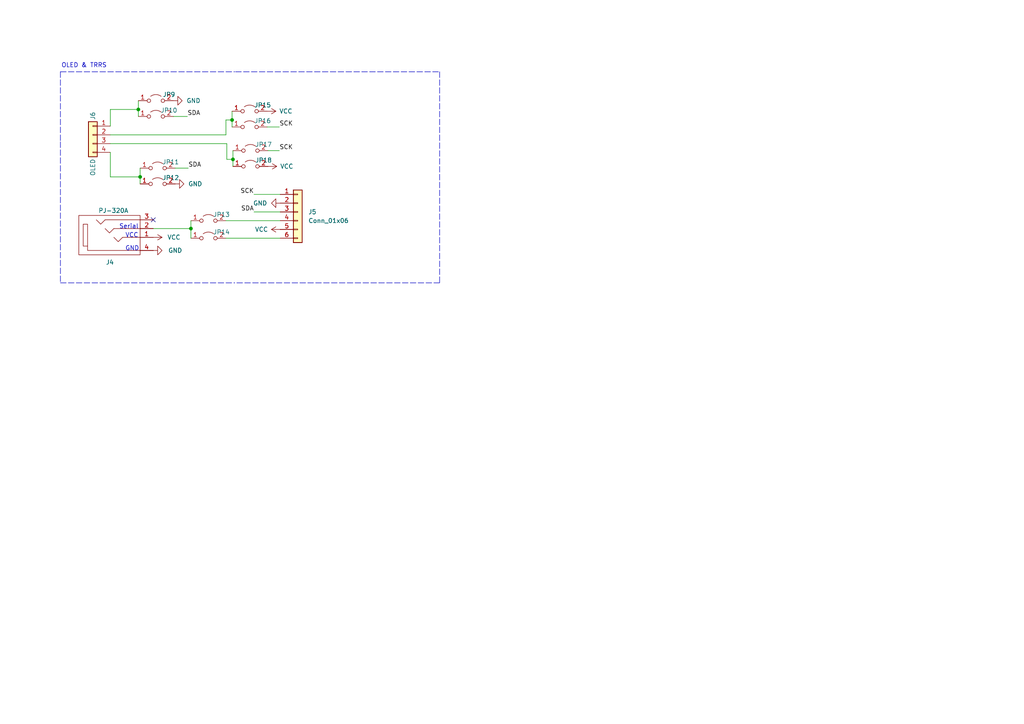
<source format=kicad_sch>
(kicad_sch (version 20211123) (generator eeschema)
  (paper "A4")
  (lib_symbols
    (symbol "Connector_Generic:Conn_01x04" (pin_names (offset 1.016) hide)
      (property "Reference" "J" (at 0 5.08 0))
      (property "Value" "Conn_01x04" (at 0 -7.62 0))
      (symbol "Conn_01x04_1_1"
        (rectangle (start -1.27 -4.953) (end 0 -5.207) (stroke (width 0.1524)))
        (rectangle (start -1.27 -2.413) (end 0 -2.667) (stroke (width 0.1524)))
        (rectangle (start -1.27 0.127) (end 0 -0.127) (stroke (width 0.1524)))
        (rectangle (start -1.27 2.667) (end 0 2.413) (stroke (width 0.1524)))
        (rectangle (start -1.27 3.81) (end 1.27 -6.35) (stroke (width 0.254)) (fill (type background)))
        (pin passive line (at -5.08 2.54 0) (length 3.81) (name "Pin_1") (number "1"))
        (pin passive line (at -5.08 0 0) (length 3.81) (name "Pin_2") (number "2"))
        (pin passive line (at -5.08 -2.54 0) (length 3.81) (name "Pin_3") (number "3"))
        (pin passive line (at -5.08 -5.08 0) (length 3.81) (name "Pin_4") (number "4"))
      )
    )
    (symbol "Connector_Generic:Conn_01x06" (pin_names (offset 1.016) hide)
      (property "Reference" "J" (at 0 7.62 0))
      (property "Value" "Conn_01x06" (at 0 -10.16 0))
      (symbol "Conn_01x06_1_1"
        (rectangle (start -1.27 -7.493) (end 0 -7.747) (stroke (width 0.1524)))
        (rectangle (start -1.27 -4.953) (end 0 -5.207) (stroke (width 0.1524)))
        (rectangle (start -1.27 -2.413) (end 0 -2.667) (stroke (width 0.1524)))
        (rectangle (start -1.27 0.127) (end 0 -0.127) (stroke (width 0.1524)))
        (rectangle (start -1.27 2.667) (end 0 2.413) (stroke (width 0.1524)))
        (rectangle (start -1.27 5.207) (end 0 4.953) (stroke (width 0.1524)))
        (rectangle (start -1.27 6.35) (end 1.27 -8.89) (stroke (width 0.254)) (fill (type background)))
        (pin passive line (at -5.08 5.08 0) (length 3.81) (name "Pin_1") (number "1"))
        (pin passive line (at -5.08 2.54 0) (length 3.81) (name "Pin_2") (number "2"))
        (pin passive line (at -5.08 0 0) (length 3.81) (name "Pin_3") (number "3"))
        (pin passive line (at -5.08 -2.54 0) (length 3.81) (name "Pin_4") (number "4"))
        (pin passive line (at -5.08 -5.08 0) (length 3.81) (name "Pin_5") (number "5"))
        (pin passive line (at -5.08 -7.62 0) (length 3.81) (name "Pin_6") (number "6"))
      )
    )
    (symbol "Jumper:Jumper_2_Open" (pin_names (offset 0) hide)
      (property "Reference" "JP" (at 0 2.794 0))
      (property "Value" "Jumper_2_Open" (at 0 -2.286 0))
      (symbol "Jumper_2_Open_0_0"
        (circle (center -2.032 0) (radius 0.508))
        (circle (center 2.032 0) (radius 0.508))
      )
      (symbol "Jumper_2_Open_0_1"
        (arc (start 1.524 1.27) (mid 0 1.778) (end -1.524 1.27))
      )
      (symbol "Jumper_2_Open_1_1"
        (pin passive line (at -5.08 0 0) (length 2.54) (name "A") (number "1"))
        (pin passive line (at 5.08 0 180) (length 2.54) (name "B") (number "2"))
      )
    )
    (symbol "TPS42:MJ-4PP-9" (pin_names (offset 1.016))
      (property "Reference" "J" (at -8.89 -7.62 0))
      (property "Value" "MJ-4PP-9" (at -3.81 6.35 0))
      (symbol "MJ-4PP-9_0_1"
        (rectangle (start -7.62 2.54) (end -8.89 -3.81))
        (polyline (pts (xy 2.54 0) (xy 7.62 0)))
        (polyline (pts (xy -2.54 -5.08) (xy 7.62 -5.08) (xy 7.62 -5.08)))
        (polyline (pts (xy 0 -2.54) (xy -1.27 -1.27) (xy -2.54 -2.54)))
        (polyline (pts (xy 0 0) (xy 1.27 1.27) (xy 2.54 0)))
        (polyline (pts (xy 7.62 3.81) (xy -7.62 3.81) (xy -7.62 2.54)))
        (polyline (pts (xy -2.54 -5.08) (xy -3.81 -3.81) (xy -5.08 -5.08) (xy -5.08 -5.08)))
        (polyline (pts (xy 0 -2.54) (xy 7.62 -2.54) (xy 7.62 -2.54) (xy 7.62 -2.54)))
        (rectangle (start 7.62 -6.35) (end -10.16 5.08))
      )
      (symbol "MJ-4PP-9_1_1"
        (pin passive line (at 11.43 0 180) (length 3.81) (name "~") (number "1"))
        (pin passive line (at 11.43 -2.54 180) (length 3.81) (name "~") (number "2"))
        (pin passive line (at 11.43 -5.08 180) (length 3.81) (name "~") (number "3"))
        (pin passive line (at 11.43 3.81 180) (length 3.81) (name "~") (number "4"))
      )
    )
    (symbol "power:GND" (power) (pin_names (offset 0))
      (property "Value" "GND" (at 0 -3.81 0))
      (symbol "GND_0_1"
        (polyline (pts (xy 0 0) (xy 0 -1.27) (xy 1.27 -1.27) (xy 0 -2.54) (xy -1.27 -1.27) (xy 0 -1.27)))
      )
      (symbol "GND_1_1"
        (pin power_in line (at 0 0 270) (length 0) hide (name "GND") (number "1"))
      )
    )
    (symbol "power:VCC" (power) (pin_names (offset 0))
      (property "Value" "VCC" (at 0 3.81 0))
      (symbol "VCC_0_1"
        (polyline (pts (xy -0.762 1.27) (xy 0 2.54)))
        (polyline (pts (xy 0 0) (xy 0 2.54)))
        (polyline (pts (xy 0 2.54) (xy 0.762 1.27)))
      )
      (symbol "VCC_1_1"
        (pin power_in line (at 0 0 90) (length 0) hide (name "VCC") (number "1"))
      )
    )
  )
  (junction (at 40.64 51.308))
  (junction (at 67.31 34.798))
  (junction (at 67.564 46.228))
  (junction (at 55.372 66.294))
  (junction (at 40.132 31.75))
  (no_connect (at 44.45 63.754))
  (wire (pts (xy 73.66 56.388) (xy 81.28 56.388)))
  (wire (pts (xy 67.31 34.798) (xy 67.31 36.83)))
  (polyline (pts (xy 17.526 41.148) (xy 17.526 82.042)) (stroke (width 0) (type dash)))
  (wire (pts (xy 81.026 43.688) (xy 77.724 43.688)))
  (wire (pts (xy 67.31 32.258) (xy 67.31 34.798)))
  (polyline (pts (xy 17.526 82.042) (xy 68.072 82.042)) (stroke (width 0) (type dash)))
  (wire (pts (xy 32.004 36.576) (xy 32.004 31.75)))
  (wire (pts (xy 81.026 36.83) (xy 77.47 36.83)))
  (wire (pts (xy 32.004 51.308) (xy 40.64 51.308)))
  (wire (pts (xy 55.372 64.008) (xy 55.372 66.294)))
  (wire (pts (xy 65.532 39.116) (xy 65.532 34.798)))
  (polyline (pts (xy 127.508 82.042) (xy 68.072 82.042)))
  (wire (pts (xy 40.64 48.768) (xy 40.64 51.308)))
  (wire (pts (xy 54.61 48.768) (xy 50.8 48.768)))
  (wire (pts (xy 55.372 66.294) (xy 55.372 69.088)))
  (wire (pts (xy 54.356 33.782) (xy 50.292 33.782)))
  (wire (pts (xy 32.004 44.196) (xy 32.004 51.308)))
  (polyline (pts (xy 68.326 20.828) (xy 127.508 20.828)))
  (wire (pts (xy 32.004 39.116) (xy 65.532 39.116)))
  (wire (pts (xy 65.786 46.228) (xy 67.564 46.228)))
  (wire (pts (xy 40.64 51.308) (xy 40.64 53.34)))
  (wire (pts (xy 32.004 41.656) (xy 65.786 41.656)))
  (polyline (pts (xy 127.508 20.828) (xy 127.508 82.042)))
  (polyline (pts (xy 17.526 20.828) (xy 17.526 41.148)) (stroke (width 0) (type dash)))
  (polyline (pts (xy 17.526 20.828) (xy 68.072 20.828)) (stroke (width 0) (type dash)))
  (wire (pts (xy 67.564 46.228) (xy 67.564 48.26)))
  (wire (pts (xy 65.532 64.008) (xy 81.28 64.008)))
  (wire (pts (xy 40.132 31.75) (xy 40.132 33.782)))
  (wire (pts (xy 32.004 31.75) (xy 40.132 31.75)))
  (wire (pts (xy 44.45 66.294) (xy 55.372 66.294)))
  (wire (pts (xy 40.132 29.21) (xy 40.132 31.75)))
  (wire (pts (xy 73.66 61.468) (xy 81.28 61.468)))
  (wire (pts (xy 67.564 43.688) (xy 67.564 46.228)))
  (wire (pts (xy 65.786 41.656) (xy 65.786 46.228)))
  (wire (pts (xy 65.532 69.088) (xy 81.28 69.088)))
  (wire (pts (xy 65.532 34.798) (xy 67.31 34.798)))
  (text "Serial" (at 34.544 66.548 0) (effects (font (size 1.27 1.27)) (justify left bottom)))
  (text "OLED & TRRS" (at 30.988 19.812 180) (effects (font (size 1.27 1.27)) (justify right bottom)))
  (text "VCC" (at 36.322 69.088 0) (effects (font (size 1.27 1.27)) (justify left bottom)))
  (text "GND" (at 36.322 72.898 0) (effects (font (size 1.27 1.27)) (justify left bottom)))
  (label "SCK" (at 73.66 56.388 180))
  (label "SDA" (at 73.66 61.468 180))
  (label "SDA" (at 54.61 48.768 0))
  (label "SCK" (at 81.026 36.83 0))
  (label "SDA" (at 54.356 33.782 0))
  (label "SCK" (at 81.026 43.688 0))
  (symbol (lib_id "Jumper:Jumper_2_Open") (at 72.644 48.26 0) (unit 1)
    (property "Reference" "JP18" (at 76.454 46.482 0))
    (property "Value" "Jumper_2_Open" (effects hide))
    (property "Footprint" "Jumper:SolderJumper-2_P1.3mm_Open_TrianglePad1.0x1.5mm" (effects hide))
  )
  (symbol (lib_id "Jumper:Jumper_2_Open") (at 45.72 48.768 0) (unit 1)
    (property "Reference" "JP11" (at 49.53 46.99 0))
    (property "Value" "Jumper_2_Open" (effects hide))
    (property "Footprint" "Jumper:SolderJumper-2_P1.3mm_Open_TrianglePad1.0x1.5mm" (effects hide))
  )
  (symbol (lib_id "power:VCC") (at 77.724 48.26 270) (unit 1)
    (property "Reference" "#PWR0108" (effects hide))
    (property "Value" "VCC" (at 85.09 48.26 90) (effects (justify right)))
  )
  (symbol (lib_id "power:GND") (at 50.292 29.21 90) (unit 1)
    (property "Reference" "#PWR0101" (effects hide))
    (property "Value" "GND" (at 58.166 29.21 90) (effects (justify left)))
  )
  (symbol (lib_id "power:GND") (at 81.28 58.928 270) (unit 1)
    (property "Reference" "#PWR0107" (effects hide))
    (property "Value" "GND" (at 73.406 58.928 90) (effects (justify left)))
  )
  (symbol (lib_id "Jumper:Jumper_2_Open") (at 72.644 43.688 0) (unit 1)
    (property "Reference" "JP17" (at 76.454 41.91 0))
    (property "Value" "Jumper_2_Open" (effects hide))
    (property "Footprint" "Jumper:SolderJumper-2_P1.3mm_Open_TrianglePad1.0x1.5mm" (effects hide))
  )
  (symbol (lib_id "Connector_Generic:Conn_01x04") (at 26.924 39.116 0) (mirror y) (unit 1)
    (property "Reference" "J6" (at 26.924 34.798 90) (effects (justify left)))
    (property "Value" "OLED" (at 26.924 51.054 90) (effects (justify left)))
    (property "Footprint" "TPS42-Shield:OLED" (effects hide))
  )
  (symbol (lib_id "power:VCC") (at 81.28 66.548 90) (unit 1)
    (property "Reference" "#PWR0105" (effects hide))
    (property "Value" "VCC" (at 73.914 66.548 90) (effects (justify right)))
  )
  (symbol (lib_id "power:GND") (at 44.45 72.644 90) (unit 1)
    (property "Reference" "#PWR0104" (effects hide))
    (property "Value" "GND" (at 48.768 72.6439 90) (effects (justify right)))
  )
  (symbol (lib_id "Jumper:Jumper_2_Open") (at 72.39 36.83 0) (unit 1)
    (property "Reference" "JP16" (at 76.2 35.052 0))
    (property "Value" "Jumper_2_Open" (effects hide))
    (property "Footprint" "Jumper:SolderJumper-2_P1.3mm_Open_TrianglePad1.0x1.5mm" (effects hide))
  )
  (symbol (lib_id "Jumper:Jumper_2_Open") (at 45.72 53.34 0) (unit 1)
    (property "Reference" "JP12" (at 49.53 51.562 0))
    (property "Value" "Jumper_2_Open" (effects hide))
    (property "Footprint" "Jumper:SolderJumper-2_P1.3mm_Open_TrianglePad1.0x1.5mm" (effects hide))
  )
  (symbol (lib_id "Jumper:Jumper_2_Open") (at 72.39 32.258 0) (unit 1)
    (property "Reference" "JP15" (at 76.2 30.48 0))
    (property "Value" "Jumper_2_Open" (effects hide))
    (property "Footprint" "Jumper:SolderJumper-2_P1.3mm_Open_TrianglePad1.0x1.5mm" (effects hide))
  )
  (symbol (lib_id "Jumper:Jumper_2_Open") (at 45.212 29.21 0) (unit 1)
    (property "Reference" "JP9" (at 49.022 27.432 0))
    (property "Value" "Jumper_2_Open" (effects hide))
    (property "Footprint" "Jumper:SolderJumper-2_P1.3mm_Open_TrianglePad1.0x1.5mm" (effects hide))
  )
  (symbol (lib_id "Jumper:Jumper_2_Open") (at 45.212 33.782 0) (unit 1)
    (property "Reference" "JP10" (at 49.022 32.004 0))
    (property "Value" "Jumper_2_Open" (effects hide))
    (property "Footprint" "Jumper:SolderJumper-2_P1.3mm_Open_TrianglePad1.0x1.5mm" (effects hide))
  )
  (symbol (lib_id "TPS42:MJ-4PP-9") (at 33.02 68.834 0) (mirror x) (unit 1)
    (property "Reference" "J4" (at 31.877 76.0772 0))
    (property "Value" "PJ-320A" (at 32.893 61.0785 0))
    (property "Footprint" "TPS42-Shield:MJ-4PP-9-reversable" (effects hide))
  )
  (symbol (lib_id "Jumper:Jumper_2_Open") (at 60.452 64.008 0) (unit 1)
    (property "Reference" "JP13" (at 64.262 62.23 0))
    (property "Value" "Jumper_2_Open" (effects hide))
    (property "Footprint" "Jumper:SolderJumper-2_P1.3mm_Open_TrianglePad1.0x1.5mm" (effects hide))
  )
  (symbol (lib_id "power:GND") (at 50.8 53.34 90) (unit 1)
    (property "Reference" "#PWR0102" (effects hide))
    (property "Value" "GND" (at 58.674 53.34 90) (effects (justify left)))
  )
  (symbol (lib_id "power:VCC") (at 44.45 68.834 270) (unit 1)
    (property "Reference" "#PWR0103" (effects hide))
    (property "Value" "VCC" (at 48.514 68.8339 90) (effects (justify left)))
  )
  (symbol (lib_id "power:VCC") (at 77.47 32.258 270) (unit 1)
    (property "Reference" "#PWR0106" (effects hide))
    (property "Value" "VCC" (at 84.836 32.258 90) (effects (justify right)))
  )
  (symbol (lib_id "Jumper:Jumper_2_Open") (at 60.452 69.088 0) (unit 1)
    (property "Reference" "JP14" (at 64.262 67.31 0))
    (property "Value" "Jumper_2_Open" (effects hide))
    (property "Footprint" "Jumper:SolderJumper-2_P1.3mm_Open_TrianglePad1.0x1.5mm" (effects hide))
  )
  (symbol (lib_id "Connector_Generic:Conn_01x06") (at 86.36 61.468 0) (unit 1)
    (property "Reference" "J5" (at 89.408 61.4679 0) (effects (justify left)))
    (property "Value" "Conn_01x06" (at 89.408 64.0079 0) (effects (justify left)))
    (property "Footprint" "Connector_PinHeader_2.54mm:PinHeader_2x03_P2.54mm_Vertical" (effects hide))
  )
)
</source>
